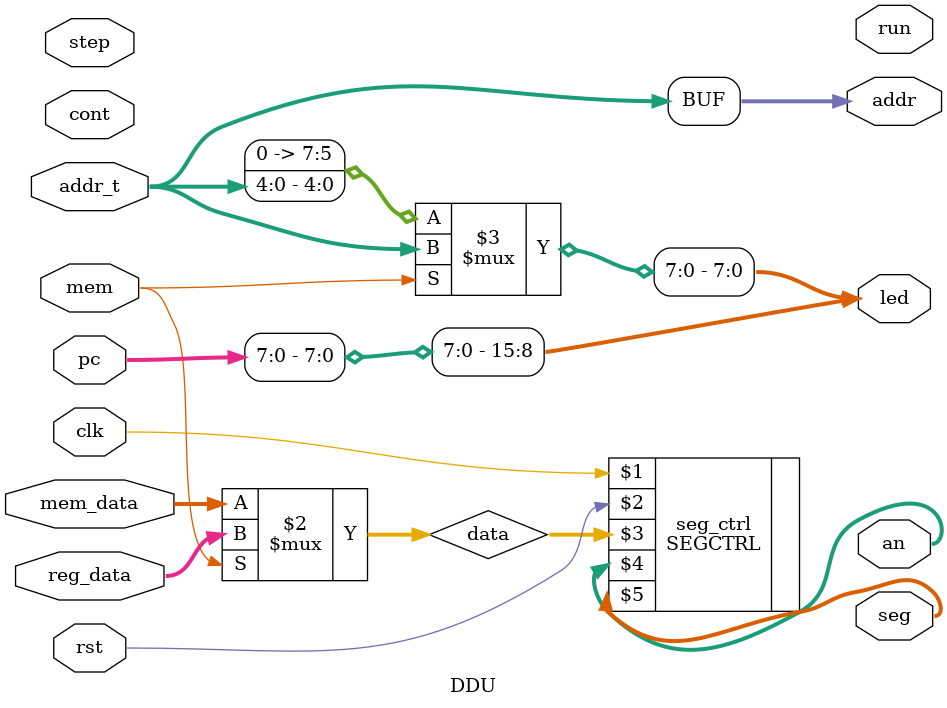
<source format=v>
`timescale 1ns / 1ps


module DDU(
    input cont,
    input step,
    input mem,
    input [7:0] addr_t,
    input [31:0] pc,
    input [31:0] mem_data,
    input [31:0] reg_data,
    input clk,
    input rst,
    output run,
    output [7:0] addr,
    output [15:0] led,
    output [7:0] an,
    output [6:0] seg
    );
    wire [31:0] data;
    assign addr = addr_t;
    assign data = mem == 0 ? mem_data : reg_data;
    assign led[15:8] = pc[7:0];
    assign led[7:0] = mem ? addr : {3'b0,addr[4:0]};
    
        
    
    SEGCTRL seg_ctrl(clk, rst, data, an, seg);
endmodule

</source>
